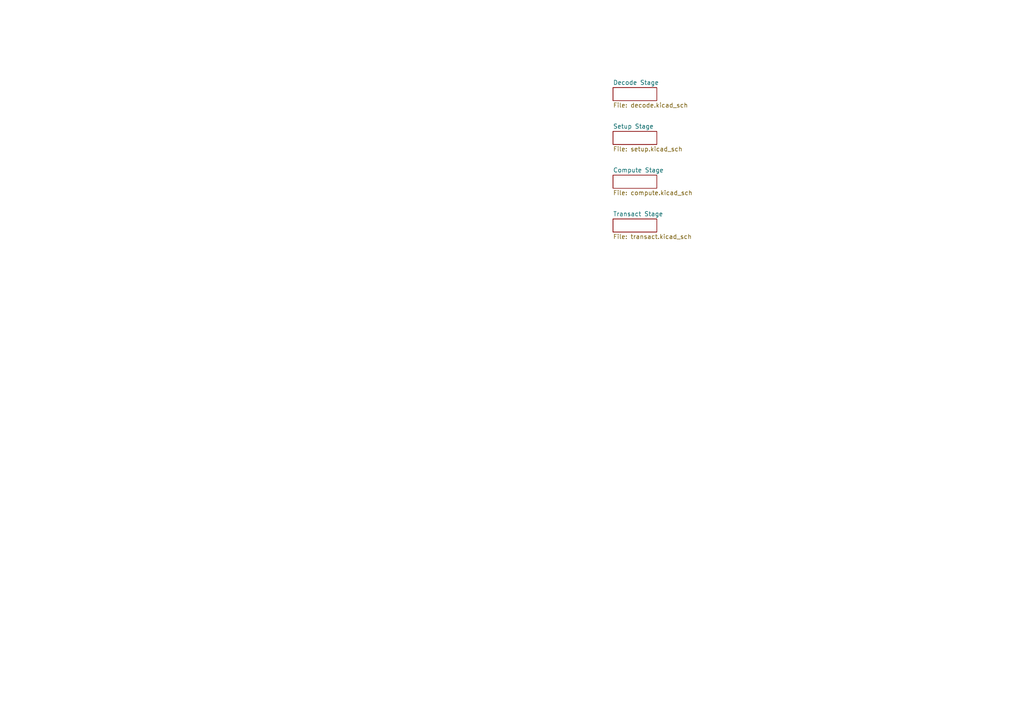
<source format=kicad_sch>
(kicad_sch
	(version 20231120)
	(generator "eeschema")
	(generator_version "8.0")
	(uuid "4fcbf52c-9318-4f2a-af75-ac7dd4f76e99")
	(paper "A4")
	(lib_symbols)
	(sheet
		(at 177.8 50.8)
		(size 12.7 3.81)
		(fields_autoplaced yes)
		(stroke
			(width 0.1524)
			(type solid)
		)
		(fill
			(color 0 0 0 0.0000)
		)
		(uuid "072314c2-92dd-48e1-bc38-3b28e1a170c2")
		(property "Sheetname" "Compute Stage"
			(at 177.8 50.0884 0)
			(effects
				(font
					(size 1.27 1.27)
				)
				(justify left bottom)
			)
		)
		(property "Sheetfile" "compute.kicad_sch"
			(at 177.8 55.1946 0)
			(effects
				(font
					(size 1.27 1.27)
				)
				(justify left top)
			)
		)
		(instances
			(project "block_diagram"
				(path "/4fcbf52c-9318-4f2a-af75-ac7dd4f76e99"
					(page "4")
				)
			)
		)
	)
	(sheet
		(at 177.8 38.1)
		(size 12.7 3.81)
		(fields_autoplaced yes)
		(stroke
			(width 0.1524)
			(type solid)
		)
		(fill
			(color 0 0 0 0.0000)
		)
		(uuid "2151fe41-2fa0-4c80-92de-bd4b1261dd8c")
		(property "Sheetname" "Setup Stage"
			(at 177.8 37.3884 0)
			(effects
				(font
					(size 1.27 1.27)
				)
				(justify left bottom)
			)
		)
		(property "Sheetfile" "setup.kicad_sch"
			(at 177.8 42.4946 0)
			(effects
				(font
					(size 1.27 1.27)
				)
				(justify left top)
			)
		)
		(instances
			(project "block_diagram"
				(path "/4fcbf52c-9318-4f2a-af75-ac7dd4f76e99"
					(page "3")
				)
			)
		)
	)
	(sheet
		(at 177.8 25.4)
		(size 12.7 3.81)
		(fields_autoplaced yes)
		(stroke
			(width 0.1524)
			(type solid)
		)
		(fill
			(color 0 0 0 0.0000)
		)
		(uuid "359ff2ad-620c-4b2f-a500-ab2aef652f3f")
		(property "Sheetname" "Decode Stage"
			(at 177.8 24.6884 0)
			(effects
				(font
					(size 1.27 1.27)
				)
				(justify left bottom)
			)
		)
		(property "Sheetfile" "decode.kicad_sch"
			(at 177.8 29.7946 0)
			(effects
				(font
					(size 1.27 1.27)
				)
				(justify left top)
			)
		)
		(instances
			(project "block_diagram"
				(path "/4fcbf52c-9318-4f2a-af75-ac7dd4f76e99"
					(page "2")
				)
			)
		)
	)
	(sheet
		(at 177.8 63.5)
		(size 12.7 3.81)
		(fields_autoplaced yes)
		(stroke
			(width 0.1524)
			(type solid)
		)
		(fill
			(color 0 0 0 0.0000)
		)
		(uuid "56a3a585-b759-4b8b-abf1-0dc1b72360df")
		(property "Sheetname" "Transact Stage"
			(at 177.8 62.7884 0)
			(effects
				(font
					(size 1.27 1.27)
				)
				(justify left bottom)
			)
		)
		(property "Sheetfile" "transact.kicad_sch"
			(at 177.8 67.8946 0)
			(effects
				(font
					(size 1.27 1.27)
				)
				(justify left top)
			)
		)
		(instances
			(project "block_diagram"
				(path "/4fcbf52c-9318-4f2a-af75-ac7dd4f76e99"
					(page "5")
				)
			)
		)
	)
	(sheet_instances
		(path "/"
			(page "1")
		)
	)
)

</source>
